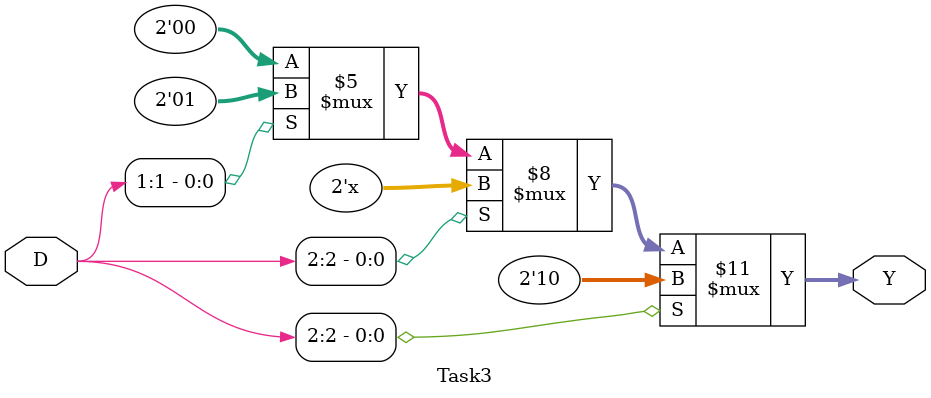
<source format=v>
module Task3(D,Y);

input [2:0] D;
output reg [1:0] Y;

always @(*)
	if (D[2] == 1'b1)
		Y = 2;
	else if (D[1] == 1'b1)
		Y = 1;
	else
		Y = 0;
		
endmodule 
</source>
